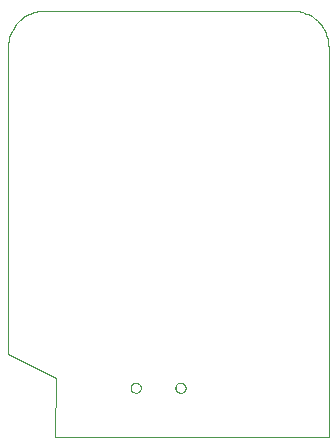
<source format=gko>
G75*
G70*
%OFA0B0*%
%FSLAX24Y24*%
%IPPOS*%
%LPD*%
%AMOC8*
5,1,8,0,0,1.08239X$1,22.5*
%
%ADD10C,0.0000*%
D10*
X001674Y001347D02*
X010783Y001347D01*
X010783Y014369D01*
X010781Y014436D01*
X010775Y014503D01*
X010766Y014569D01*
X010753Y014635D01*
X010736Y014700D01*
X010716Y014764D01*
X010692Y014827D01*
X010665Y014888D01*
X010634Y014948D01*
X010600Y015005D01*
X010562Y015061D01*
X010522Y015115D01*
X010479Y015166D01*
X010433Y015215D01*
X010384Y015261D01*
X010333Y015304D01*
X010279Y015344D01*
X010223Y015382D01*
X010166Y015416D01*
X010106Y015447D01*
X010045Y015474D01*
X009982Y015498D01*
X009918Y015518D01*
X009853Y015535D01*
X009787Y015548D01*
X009721Y015557D01*
X009654Y015563D01*
X009587Y015565D01*
X001308Y015565D01*
X001240Y015563D01*
X001173Y015557D01*
X001105Y015548D01*
X001039Y015535D01*
X000973Y015518D01*
X000909Y015497D01*
X000845Y015473D01*
X000783Y015445D01*
X000723Y015414D01*
X000665Y015380D01*
X000608Y015342D01*
X000554Y015301D01*
X000502Y015257D01*
X000453Y015211D01*
X000407Y015161D01*
X000363Y015109D01*
X000322Y015055D01*
X000285Y014999D01*
X000250Y014940D01*
X000219Y014880D01*
X000191Y014818D01*
X000167Y014755D01*
X000147Y014690D01*
X000130Y014624D01*
X000117Y014558D01*
X000107Y014491D01*
X000102Y014423D01*
X000100Y014355D01*
X000106Y004112D01*
X001685Y003325D01*
X001674Y001347D01*
X004187Y003001D02*
X004189Y003026D01*
X004195Y003051D01*
X004204Y003075D01*
X004217Y003097D01*
X004234Y003117D01*
X004253Y003134D01*
X004274Y003148D01*
X004298Y003158D01*
X004322Y003165D01*
X004348Y003168D01*
X004373Y003167D01*
X004398Y003162D01*
X004422Y003153D01*
X004445Y003141D01*
X004465Y003126D01*
X004483Y003107D01*
X004498Y003086D01*
X004509Y003063D01*
X004517Y003039D01*
X004521Y003014D01*
X004521Y002988D01*
X004517Y002963D01*
X004509Y002939D01*
X004498Y002916D01*
X004483Y002895D01*
X004465Y002876D01*
X004445Y002861D01*
X004422Y002849D01*
X004398Y002840D01*
X004373Y002835D01*
X004348Y002834D01*
X004322Y002837D01*
X004298Y002844D01*
X004274Y002854D01*
X004253Y002868D01*
X004234Y002885D01*
X004217Y002905D01*
X004204Y002927D01*
X004195Y002951D01*
X004189Y002976D01*
X004187Y003001D01*
X004185Y003003D02*
X004187Y003028D01*
X004193Y003053D01*
X004202Y003077D01*
X004215Y003099D01*
X004230Y003119D01*
X004249Y003136D01*
X004270Y003150D01*
X004293Y003161D01*
X004317Y003169D01*
X004342Y003173D01*
X004368Y003173D01*
X004393Y003169D01*
X004417Y003161D01*
X004440Y003150D01*
X004461Y003136D01*
X004480Y003119D01*
X004495Y003099D01*
X004508Y003077D01*
X004517Y003053D01*
X004523Y003028D01*
X004525Y003003D01*
X004523Y002978D01*
X004517Y002953D01*
X004508Y002929D01*
X004495Y002907D01*
X004480Y002887D01*
X004461Y002870D01*
X004440Y002856D01*
X004417Y002845D01*
X004393Y002837D01*
X004368Y002833D01*
X004342Y002833D01*
X004317Y002837D01*
X004293Y002845D01*
X004270Y002856D01*
X004249Y002870D01*
X004230Y002887D01*
X004215Y002907D01*
X004202Y002929D01*
X004193Y002953D01*
X004187Y002978D01*
X004185Y003003D01*
X005680Y002999D02*
X005682Y003024D01*
X005688Y003049D01*
X005697Y003073D01*
X005710Y003095D01*
X005725Y003115D01*
X005744Y003132D01*
X005765Y003146D01*
X005788Y003157D01*
X005812Y003165D01*
X005837Y003169D01*
X005863Y003169D01*
X005888Y003165D01*
X005912Y003157D01*
X005935Y003146D01*
X005956Y003132D01*
X005975Y003115D01*
X005990Y003095D01*
X006003Y003073D01*
X006012Y003049D01*
X006018Y003024D01*
X006020Y002999D01*
X006018Y002974D01*
X006012Y002949D01*
X006003Y002925D01*
X005990Y002903D01*
X005975Y002883D01*
X005956Y002866D01*
X005935Y002852D01*
X005912Y002841D01*
X005888Y002833D01*
X005863Y002829D01*
X005837Y002829D01*
X005812Y002833D01*
X005788Y002841D01*
X005765Y002852D01*
X005744Y002866D01*
X005725Y002883D01*
X005710Y002903D01*
X005697Y002925D01*
X005688Y002949D01*
X005682Y002974D01*
X005680Y002999D01*
X005683Y003001D02*
X005685Y003026D01*
X005691Y003051D01*
X005700Y003075D01*
X005713Y003097D01*
X005730Y003117D01*
X005749Y003134D01*
X005770Y003148D01*
X005794Y003158D01*
X005818Y003165D01*
X005844Y003168D01*
X005869Y003167D01*
X005894Y003162D01*
X005918Y003153D01*
X005941Y003141D01*
X005961Y003126D01*
X005979Y003107D01*
X005994Y003086D01*
X006005Y003063D01*
X006013Y003039D01*
X006017Y003014D01*
X006017Y002988D01*
X006013Y002963D01*
X006005Y002939D01*
X005994Y002916D01*
X005979Y002895D01*
X005961Y002876D01*
X005941Y002861D01*
X005918Y002849D01*
X005894Y002840D01*
X005869Y002835D01*
X005844Y002834D01*
X005818Y002837D01*
X005794Y002844D01*
X005770Y002854D01*
X005749Y002868D01*
X005730Y002885D01*
X005713Y002905D01*
X005700Y002927D01*
X005691Y002951D01*
X005685Y002976D01*
X005683Y003001D01*
M02*

</source>
